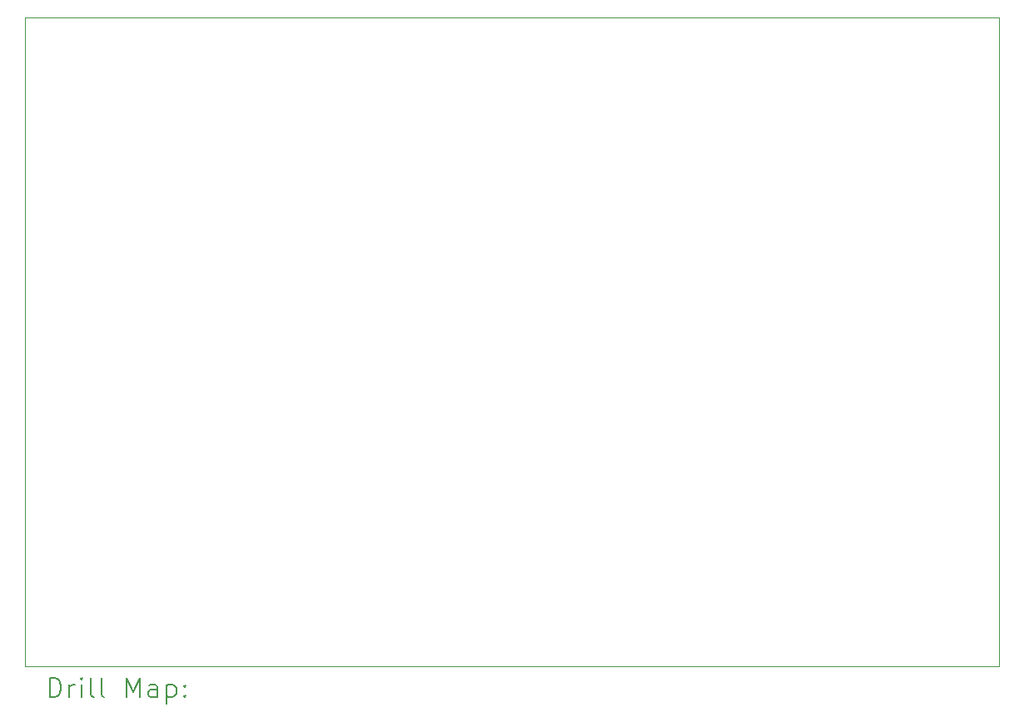
<source format=gbr>
%TF.GenerationSoftware,KiCad,Pcbnew,(6.0.8)*%
%TF.CreationDate,2023-01-11T15:03:50+01:00*%
%TF.ProjectId,TSAL,5453414c-2e6b-4696-9361-645f70636258,V1.0*%
%TF.SameCoordinates,Original*%
%TF.FileFunction,Drillmap*%
%TF.FilePolarity,Positive*%
%FSLAX45Y45*%
G04 Gerber Fmt 4.5, Leading zero omitted, Abs format (unit mm)*
G04 Created by KiCad (PCBNEW (6.0.8)) date 2023-01-11 15:03:50*
%MOMM*%
%LPD*%
G01*
G04 APERTURE LIST*
%ADD10C,0.100000*%
%ADD11C,0.200000*%
G04 APERTURE END LIST*
D10*
X5100000Y-2540000D02*
X15006000Y-2540000D01*
X15006000Y-2540000D02*
X15006000Y-9144000D01*
X15006000Y-9144000D02*
X5100000Y-9144000D01*
X5100000Y-9144000D02*
X5100000Y-2540000D01*
D11*
X5352619Y-9459476D02*
X5352619Y-9259476D01*
X5400238Y-9259476D01*
X5428810Y-9269000D01*
X5447857Y-9288048D01*
X5457381Y-9307095D01*
X5466905Y-9345190D01*
X5466905Y-9373762D01*
X5457381Y-9411857D01*
X5447857Y-9430905D01*
X5428810Y-9449952D01*
X5400238Y-9459476D01*
X5352619Y-9459476D01*
X5552619Y-9459476D02*
X5552619Y-9326143D01*
X5552619Y-9364238D02*
X5562143Y-9345190D01*
X5571667Y-9335667D01*
X5590714Y-9326143D01*
X5609762Y-9326143D01*
X5676428Y-9459476D02*
X5676428Y-9326143D01*
X5676428Y-9259476D02*
X5666905Y-9269000D01*
X5676428Y-9278524D01*
X5685952Y-9269000D01*
X5676428Y-9259476D01*
X5676428Y-9278524D01*
X5800238Y-9459476D02*
X5781190Y-9449952D01*
X5771667Y-9430905D01*
X5771667Y-9259476D01*
X5905000Y-9459476D02*
X5885952Y-9449952D01*
X5876428Y-9430905D01*
X5876428Y-9259476D01*
X6133571Y-9459476D02*
X6133571Y-9259476D01*
X6200238Y-9402333D01*
X6266905Y-9259476D01*
X6266905Y-9459476D01*
X6447857Y-9459476D02*
X6447857Y-9354714D01*
X6438333Y-9335667D01*
X6419286Y-9326143D01*
X6381190Y-9326143D01*
X6362143Y-9335667D01*
X6447857Y-9449952D02*
X6428809Y-9459476D01*
X6381190Y-9459476D01*
X6362143Y-9449952D01*
X6352619Y-9430905D01*
X6352619Y-9411857D01*
X6362143Y-9392810D01*
X6381190Y-9383286D01*
X6428809Y-9383286D01*
X6447857Y-9373762D01*
X6543095Y-9326143D02*
X6543095Y-9526143D01*
X6543095Y-9335667D02*
X6562143Y-9326143D01*
X6600238Y-9326143D01*
X6619286Y-9335667D01*
X6628809Y-9345190D01*
X6638333Y-9364238D01*
X6638333Y-9421381D01*
X6628809Y-9440429D01*
X6619286Y-9449952D01*
X6600238Y-9459476D01*
X6562143Y-9459476D01*
X6543095Y-9449952D01*
X6724048Y-9440429D02*
X6733571Y-9449952D01*
X6724048Y-9459476D01*
X6714524Y-9449952D01*
X6724048Y-9440429D01*
X6724048Y-9459476D01*
X6724048Y-9335667D02*
X6733571Y-9345190D01*
X6724048Y-9354714D01*
X6714524Y-9345190D01*
X6724048Y-9335667D01*
X6724048Y-9354714D01*
M02*

</source>
